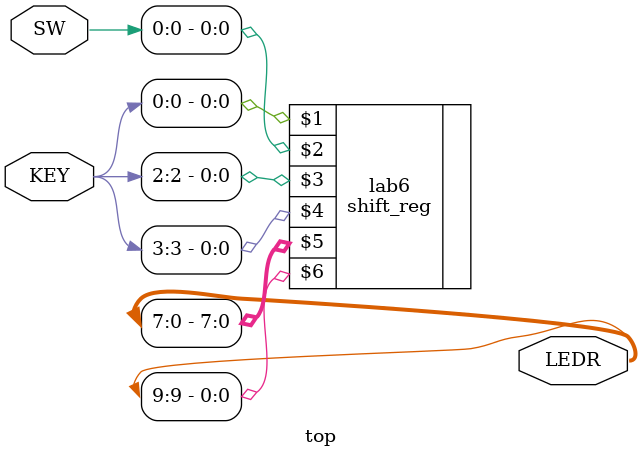
<source format=v>
module top (SW, KEY, LEDR);

    input wire [9:0] SW;        // DE-series switches
    input wire [3:0] KEY;       // DE-series pushbuttons

    output wire [9:0] LEDR;     // DE-series LEDs   

    shift_reg lab6 (KEY[0], SW[0], KEY[2], KEY[3], LEDR[7:0], LEDR[9]);
 
endmodule


</source>
